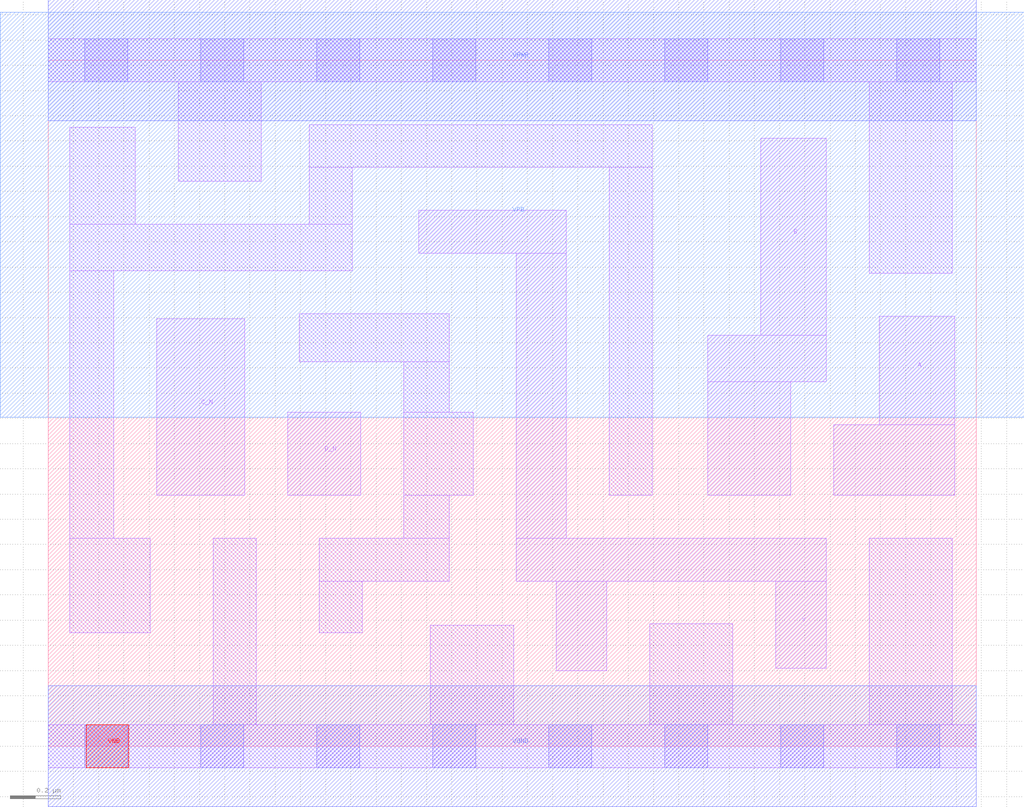
<source format=lef>
# Copyright 2020 The SkyWater PDK Authors
#
# Licensed under the Apache License, Version 2.0 (the "License");
# you may not use this file except in compliance with the License.
# You may obtain a copy of the License at
#
#     https://www.apache.org/licenses/LICENSE-2.0
#
# Unless required by applicable law or agreed to in writing, software
# distributed under the License is distributed on an "AS IS" BASIS,
# WITHOUT WARRANTIES OR CONDITIONS OF ANY KIND, either express or implied.
# See the License for the specific language governing permissions and
# limitations under the License.
#
# SPDX-License-Identifier: Apache-2.0

VERSION 5.7 ;
  NOWIREEXTENSIONATPIN ON ;
  DIVIDERCHAR "/" ;
  BUSBITCHARS "[]" ;
MACRO sky130_fd_sc_hd__nor4bb_1
  CLASS CORE ;
  FOREIGN sky130_fd_sc_hd__nor4bb_1 ;
  ORIGIN  0.000000  0.000000 ;
  SIZE  3.680000 BY  2.720000 ;
  SYMMETRY X Y R90 ;
  SITE unithd ;
  PIN A
    ANTENNAGATEAREA  0.247500 ;
    DIRECTION INPUT ;
    USE SIGNAL ;
    PORT
      LAYER li1 ;
        RECT 3.115000 0.995000 3.595000 1.275000 ;
        RECT 3.295000 1.275000 3.595000 1.705000 ;
    END
  END A
  PIN B
    ANTENNAGATEAREA  0.247500 ;
    DIRECTION INPUT ;
    USE SIGNAL ;
    PORT
      LAYER li1 ;
        RECT 2.615000 0.995000 2.945000 1.445000 ;
        RECT 2.615000 1.445000 3.085000 1.630000 ;
        RECT 2.825000 1.630000 3.085000 2.410000 ;
    END
  END B
  PIN C_N
    ANTENNAGATEAREA  0.126000 ;
    DIRECTION INPUT ;
    USE SIGNAL ;
    PORT
      LAYER li1 ;
        RECT 0.430000 0.995000 0.780000 1.695000 ;
    END
  END C_N
  PIN D_N
    ANTENNAGATEAREA  0.126000 ;
    DIRECTION INPUT ;
    USE SIGNAL ;
    PORT
      LAYER li1 ;
        RECT 0.950000 0.995000 1.240000 1.325000 ;
    END
  END D_N
  PIN Y
    ANTENNADIFFAREA  0.606900 ;
    DIRECTION OUTPUT ;
    USE SIGNAL ;
    PORT
      LAYER li1 ;
        RECT 1.470000 1.955000 2.055000 2.125000 ;
        RECT 1.855000 0.655000 3.085000 0.825000 ;
        RECT 1.855000 0.825000 2.055000 1.955000 ;
        RECT 2.015000 0.300000 2.215000 0.655000 ;
        RECT 2.885000 0.310000 3.085000 0.655000 ;
    END
  END Y
  PIN VGND
    DIRECTION INOUT ;
    SHAPE ABUTMENT ;
    USE GROUND ;
    PORT
      LAYER met1 ;
        RECT 0.000000 -0.240000 3.680000 0.240000 ;
    END
  END VGND
  PIN VNB
    DIRECTION INOUT ;
    USE GROUND ;
    PORT
      LAYER pwell ;
        RECT 0.150000 -0.085000 0.320000 0.085000 ;
    END
  END VNB
  PIN VPB
    DIRECTION INOUT ;
    USE POWER ;
    PORT
      LAYER nwell ;
        RECT -0.190000 1.305000 3.870000 2.910000 ;
    END
  END VPB
  PIN VPWR
    DIRECTION INOUT ;
    SHAPE ABUTMENT ;
    USE POWER ;
    PORT
      LAYER met1 ;
        RECT 0.000000 2.480000 3.680000 2.960000 ;
    END
  END VPWR
  OBS
    LAYER li1 ;
      RECT 0.000000 -0.085000 3.680000 0.085000 ;
      RECT 0.000000  2.635000 3.680000 2.805000 ;
      RECT 0.085000  0.450000 0.405000 0.825000 ;
      RECT 0.085000  0.825000 0.260000 1.885000 ;
      RECT 0.085000  1.885000 1.205000 2.070000 ;
      RECT 0.085000  2.070000 0.345000 2.455000 ;
      RECT 0.515000  2.240000 0.845000 2.635000 ;
      RECT 0.655000  0.085000 0.825000 0.825000 ;
      RECT 0.995000  1.525000 1.590000 1.715000 ;
      RECT 1.035000  2.070000 1.205000 2.295000 ;
      RECT 1.035000  2.295000 2.395000 2.465000 ;
      RECT 1.075000  0.450000 1.245000 0.655000 ;
      RECT 1.075000  0.655000 1.590000 0.825000 ;
      RECT 1.410000  0.825000 1.590000 0.995000 ;
      RECT 1.410000  0.995000 1.685000 1.325000 ;
      RECT 1.410000  1.325000 1.590000 1.525000 ;
      RECT 1.515000  0.085000 1.845000 0.480000 ;
      RECT 2.225000  0.995000 2.395000 2.295000 ;
      RECT 2.385000  0.085000 2.715000 0.485000 ;
      RECT 3.255000  0.085000 3.585000 0.825000 ;
      RECT 3.255000  1.875000 3.585000 2.635000 ;
    LAYER mcon ;
      RECT 0.145000 -0.085000 0.315000 0.085000 ;
      RECT 0.145000  2.635000 0.315000 2.805000 ;
      RECT 0.605000 -0.085000 0.775000 0.085000 ;
      RECT 0.605000  2.635000 0.775000 2.805000 ;
      RECT 1.065000 -0.085000 1.235000 0.085000 ;
      RECT 1.065000  2.635000 1.235000 2.805000 ;
      RECT 1.525000 -0.085000 1.695000 0.085000 ;
      RECT 1.525000  2.635000 1.695000 2.805000 ;
      RECT 1.985000 -0.085000 2.155000 0.085000 ;
      RECT 1.985000  2.635000 2.155000 2.805000 ;
      RECT 2.445000 -0.085000 2.615000 0.085000 ;
      RECT 2.445000  2.635000 2.615000 2.805000 ;
      RECT 2.905000 -0.085000 3.075000 0.085000 ;
      RECT 2.905000  2.635000 3.075000 2.805000 ;
      RECT 3.365000 -0.085000 3.535000 0.085000 ;
      RECT 3.365000  2.635000 3.535000 2.805000 ;
  END
END sky130_fd_sc_hd__nor4bb_1
END LIBRARY

</source>
